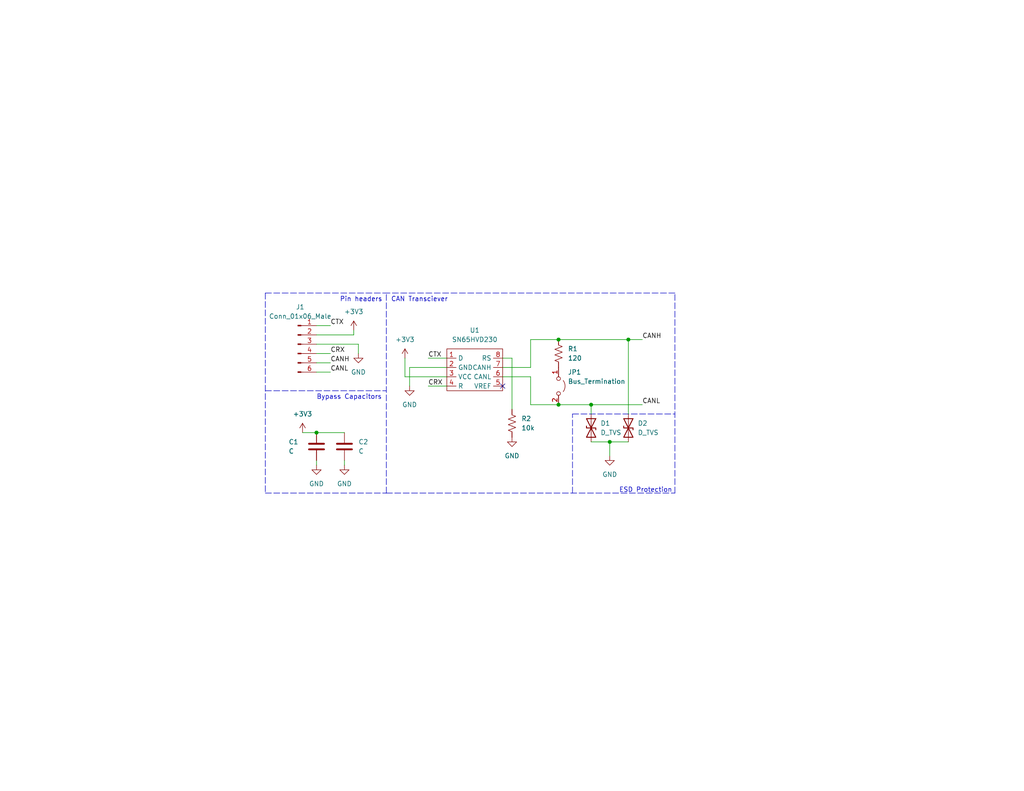
<source format=kicad_sch>
(kicad_sch (version 20211123) (generator eeschema)
  (paper "USLetter")
  (title_block (title "SDM Can Board") (date "2022-07-12") (rev "v1.0") (company "Sun Devil Motorsports - Data Acquisition"))
  (lib_symbols
    (symbol "Connector:Conn_01x06_Male" (pin_names (offset 1.016) hide)
      (property "Reference" "J" (at 0 7.62 0))
      (property "Value" "Conn_01x06_Male" (at 0 -10.16 0))
      (symbol "Conn_01x06_Male_1_1"
        (polyline (pts (xy 1.27 -7.62) (xy 0.8636 -7.62)) (stroke (width 0.1524)))
        (polyline (pts (xy 1.27 -5.08) (xy 0.8636 -5.08)) (stroke (width 0.1524)))
        (polyline (pts (xy 1.27 -2.54) (xy 0.8636 -2.54)) (stroke (width 0.1524)))
        (polyline (pts (xy 1.27 0) (xy 0.8636 0)) (stroke (width 0.1524)))
        (polyline (pts (xy 1.27 2.54) (xy 0.8636 2.54)) (stroke (width 0.1524)))
        (polyline (pts (xy 1.27 5.08) (xy 0.8636 5.08)) (stroke (width 0.1524)))
        (rectangle (start 0.8636 -7.493) (end 0 -7.747) (stroke (width 0.1524)) (fill (type outline)))
        (rectangle (start 0.8636 -4.953) (end 0 -5.207) (stroke (width 0.1524)) (fill (type outline)))
        (rectangle (start 0.8636 -2.413) (end 0 -2.667) (stroke (width 0.1524)) (fill (type outline)))
        (rectangle (start 0.8636 0.127) (end 0 -0.127) (stroke (width 0.1524)) (fill (type outline)))
        (rectangle (start 0.8636 2.667) (end 0 2.413) (stroke (width 0.1524)) (fill (type outline)))
        (rectangle (start 0.8636 5.207) (end 0 4.953) (stroke (width 0.1524)) (fill (type outline)))
        (pin passive line (at 5.08 5.08 180) (length 3.81) (name "Pin_1") (number "1"))
        (pin passive line (at 5.08 2.54 180) (length 3.81) (name "Pin_2") (number "2"))
        (pin passive line (at 5.08 0 180) (length 3.81) (name "Pin_3") (number "3"))
        (pin passive line (at 5.08 -2.54 180) (length 3.81) (name "Pin_4") (number "4"))
        (pin passive line (at 5.08 -5.08 180) (length 3.81) (name "Pin_5") (number "5"))
        (pin passive line (at 5.08 -7.62 180) (length 3.81) (name "Pin_6") (number "6"))
      )
    )
    (symbol "Device:C" (pin_numbers hide) (pin_names (offset 0.254))
      (property "Reference" "C" (at 0.635 2.54 0))
      (property "Value" "C" (at 0.635 -2.54 0))
      (symbol "C_0_1"
        (polyline (pts (xy -2.032 -0.762) (xy 2.032 -0.762)) (stroke (width 0.508)))
        (polyline (pts (xy -2.032 0.762) (xy 2.032 0.762)) (stroke (width 0.508)))
      )
      (symbol "C_1_1"
        (pin passive line (at 0 3.81 270) (length 2.794) (name "~") (number "1"))
        (pin passive line (at 0 -3.81 90) (length 2.794) (name "~") (number "2"))
      )
    )
    (symbol "Device:D_TVS" (pin_numbers hide) (pin_names (offset 1.016) hide)
      (property "Reference" "D" (at 0 2.54 0))
      (property "Value" "D_TVS" (at 0 -2.54 0))
      (symbol "D_TVS_0_1"
        (polyline (pts (xy 1.27 0) (xy -1.27 0)))
        (polyline (pts (xy 0.508 1.27) (xy 0 1.27) (xy 0 -1.27) (xy -0.508 -1.27)) (stroke (width 0.254)))
        (polyline (pts (xy -2.54 1.27) (xy -2.54 -1.27) (xy 2.54 1.27) (xy 2.54 -1.27) (xy -2.54 1.27)) (stroke (width 0.254)))
      )
      (symbol "D_TVS_1_1"
        (pin passive line (at -3.81 0 0) (length 2.54) (name "A1") (number "1"))
        (pin passive line (at 3.81 0 180) (length 2.54) (name "A2") (number "2"))
      )
    )
    (symbol "Device:R_US" (pin_numbers hide) (pin_names (offset 0))
      (property "Reference" "R" (at 2.54 0 90))
      (property "Value" "R_US" (at -2.54 0 90))
      (symbol "R_US_0_1"
        (polyline (pts (xy 0 -2.286) (xy 0 -2.54)))
        (polyline (pts (xy 0 2.286) (xy 0 2.54)))
        (polyline (pts (xy 0 -0.762) (xy 1.016 -1.143) (xy 0 -1.524) (xy -1.016 -1.905) (xy 0 -2.286)))
        (polyline (pts (xy 0 0.762) (xy 1.016 0.381) (xy 0 0) (xy -1.016 -0.381) (xy 0 -0.762)))
        (polyline (pts (xy 0 2.286) (xy 1.016 1.905) (xy 0 1.524) (xy -1.016 1.143) (xy 0 0.762)))
      )
      (symbol "R_US_1_1"
        (pin passive line (at 0 3.81 270) (length 1.27) (name "~") (number "1"))
        (pin passive line (at 0 -3.81 90) (length 1.27) (name "~") (number "2"))
      )
    )
    (symbol "Jumper:Jumper_2_Open" (pin_names (offset 0) hide)
      (property "Reference" "JP" (at 0 2.794 0))
      (property "Value" "Jumper_2_Open" (at 0 -2.286 0))
      (symbol "Jumper_2_Open_0_0"
        (circle (center -2.032 0) (radius 0.508))
        (circle (center 2.032 0) (radius 0.508))
      )
      (symbol "Jumper_2_Open_0_1"
        (arc (start 1.524 1.27) (mid 0 1.778) (end -1.524 1.27))
      )
      (symbol "Jumper_2_Open_1_1"
        (pin passive line (at -5.08 0 0) (length 2.54) (name "A") (number "1"))
        (pin passive line (at 5.08 0 180) (length 2.54) (name "B") (number "2"))
      )
    )
    (symbol "SDM:SN65HVD230"
      (property "Reference" "U" (at 0 0 0))
      (property "Value" "SN65HVD230" (at 0 -2.54 0))
      (symbol "SN65HVD230_0_1"
        (rectangle (start -6.35 -15.24) (end 8.89 -3.81))
      )
      (symbol "SN65HVD230_1_1"
        (pin input line (at -6.35 -6.35 0) (length 2.54) (name "D") (number "1"))
        (pin input line (at -6.35 -8.89 0) (length 2.54) (name "GND") (number "2"))
        (pin input line (at -6.35 -11.43 0) (length 2.54) (name "VCC") (number "3"))
        (pin output line (at -6.35 -13.97 0) (length 2.54) (name "R") (number "4"))
        (pin input line (at 8.89 -13.97 180) (length 2.54) (name "VREF") (number "5"))
        (pin input line (at 8.89 -11.43 180) (length 2.54) (name "CANL") (number "6"))
        (pin input line (at 8.89 -8.89 180) (length 2.54) (name "CANH") (number "7"))
        (pin input line (at 8.89 -6.35 180) (length 2.54) (name "RS") (number "8"))
      )
    )
    (symbol "power:+3V3" (power) (pin_names (offset 0))
      (property "Value" "+3V3" (at 0 3.556 0))
      (symbol "+3V3_0_1"
        (polyline (pts (xy -0.762 1.27) (xy 0 2.54)))
        (polyline (pts (xy 0 0) (xy 0 2.54)))
        (polyline (pts (xy 0 2.54) (xy 0.762 1.27)))
      )
      (symbol "+3V3_1_1"
        (pin power_in line (at 0 0 90) (length 0) hide (name "+3V3") (number "1"))
      )
    )
    (symbol "power:GND" (power) (pin_names (offset 0))
      (property "Value" "GND" (at 0 -3.81 0))
      (symbol "GND_0_1"
        (polyline (pts (xy 0 0) (xy 0 -1.27) (xy 1.27 -1.27) (xy 0 -2.54) (xy -1.27 -1.27) (xy 0 -1.27)))
      )
      (symbol "GND_1_1"
        (pin power_in line (at 0 0 270) (length 0) hide (name "GND") (number "1"))
      )
    )
  )
  (junction (at 171.45 92.71))
  (junction (at 86.36 118.11))
  (junction (at 161.29 110.49))
  (junction (at 166.37 120.65))
  (junction (at 152.4 110.49))
  (junction (at 152.4 92.71))
  (no_connect (at 137.16 105.41))
  (wire (pts (xy 86.36 101.6) (xy 90.17 101.6)))
  (wire (pts (xy 161.29 110.49) (xy 175.26 110.49)))
  (wire (pts (xy 110.49 97.79) (xy 110.49 102.87)))
  (wire (pts (xy 152.4 92.71) (xy 171.45 92.71)))
  (wire (pts (xy 86.36 88.9) (xy 90.17 88.9)))
  (wire (pts (xy 166.37 120.65) (xy 171.45 120.65)))
  (wire (pts (xy 86.36 99.06) (xy 90.17 99.06)))
  (wire (pts (xy 137.16 100.33) (xy 144.78 100.33)))
  (polyline (pts (xy 72.39 80.01) (xy 72.39 134.62)))
  (wire (pts (xy 137.16 102.87) (xy 144.78 102.87)))
  (wire (pts (xy 166.37 120.65) (xy 166.37 124.46)))
  (wire (pts (xy 144.78 100.33) (xy 144.78 92.71)))
  (polyline (pts (xy 105.41 134.62) (xy 105.41 80.01)))
  (wire (pts (xy 144.78 92.71) (xy 152.4 92.71)))
  (wire (pts (xy 93.98 125.73) (xy 93.98 127)))
  (wire (pts (xy 96.52 90.17) (xy 96.52 91.44)))
  (polyline (pts (xy 156.21 134.62) (xy 156.21 113.03)))
  (wire (pts (xy 86.36 96.52) (xy 90.17 96.52)))
  (polyline (pts (xy 184.15 80.01) (xy 105.41 80.01)))
  (wire (pts (xy 137.16 97.79) (xy 139.7 97.79)))
  (polyline (pts (xy 105.41 134.62) (xy 184.15 134.62)))
  (wire (pts (xy 111.76 100.33) (xy 111.76 105.41)))
  (polyline (pts (xy 72.39 106.68) (xy 105.41 106.68)))
  (wire (pts (xy 82.55 118.11) (xy 86.36 118.11)))
  (wire (pts (xy 171.45 92.71) (xy 171.45 113.03)))
  (wire (pts (xy 144.78 102.87) (xy 144.78 110.49)))
  (wire (pts (xy 144.78 110.49) (xy 152.4 110.49)))
  (wire (pts (xy 152.4 110.49) (xy 161.29 110.49)))
  (wire (pts (xy 139.7 97.79) (xy 139.7 111.76)))
  (wire (pts (xy 86.36 118.11) (xy 93.98 118.11)))
  (polyline (pts (xy 72.39 134.62) (xy 105.41 134.62)))
  (wire (pts (xy 161.29 120.65) (xy 166.37 120.65)))
  (wire (pts (xy 116.84 105.41) (xy 121.92 105.41)))
  (wire (pts (xy 116.84 97.79) (xy 121.92 97.79)))
  (polyline (pts (xy 156.21 113.03) (xy 184.15 113.03)))
  (wire (pts (xy 121.92 100.33) (xy 111.76 100.33)))
  (polyline (pts (xy 72.39 80.01) (xy 105.41 80.01)))
  (polyline (pts (xy 184.15 134.62) (xy 184.15 80.01)))
  (wire (pts (xy 171.45 92.71) (xy 175.26 92.71)))
  (wire (pts (xy 110.49 102.87) (xy 121.92 102.87)))
  (wire (pts (xy 86.36 125.73) (xy 86.36 127)))
  (wire (pts (xy 86.36 93.98) (xy 97.79 93.98)))
  (wire (pts (xy 97.79 93.98) (xy 97.79 96.52)))
  (wire (pts (xy 161.29 110.49) (xy 161.29 113.03)))
  (wire (pts (xy 86.36 91.44) (xy 96.52 91.44)))
  (text "Bypass Capacitors\n" (at 86.36 109.22 0) (effects (font (size 1.27 1.27)) (justify left bottom)))
  (text "Pin headers" (at 92.71 82.55 0) (effects (font (size 1.27 1.27)) (justify left bottom)))
  (text "ESD Protection\n" (at 168.91 134.62 0) (effects (font (size 1.27 1.27)) (justify left bottom)))
  (text "CAN Transciever" (at 106.68 82.55 0) (effects (font (size 1.27 1.27)) (justify left bottom)))
  (label "CRX" (at 90.17 96.52 0))
  (label "CRX" (at 116.84 105.41 0))
  (label "CANL" (at 90.17 101.6 0))
  (label "CTX" (at 116.84 97.79 0))
  (label "CANL" (at 175.26 110.49 0))
  (label "CANH" (at 175.26 92.71 0))
  (label "CTX" (at 90.17 88.9 0))
  (label "CANH" (at 90.17 99.06 0))
  (symbol (lib_id "power:GND") (at 139.7 119.38 0) (unit 1)
    (property "Reference" "#PWR0102" (effects hide))
    (property "Value" "GND" (at 139.7 124.46 0))
  )
  (symbol (lib_id "power:GND") (at 111.76 105.41 0) (unit 1)
    (property "Reference" "#PWR0104" (effects hide))
    (property "Value" "GND" (at 111.76 110.49 0))
  )
  (symbol (lib_id "Device:C") (at 93.98 121.92 0) (unit 1)
    (property "Reference" "C2" (at 97.79 120.6499 0) (effects (justify left)))
    (property "Value" "C" (at 97.79 123.1899 0) (effects (justify left)))
    (property "Footprint" "Capacitor_Tantalum_SMD:CP_EIA-1608-08_AVX-J" (effects hide))
  )
  (symbol (lib_id "power:GND") (at 166.37 124.46 0) (unit 1)
    (property "Reference" "#PWR0101" (effects hide))
    (property "Value" "GND" (at 166.37 129.54 0))
  )
  (symbol (lib_id "Device:R_US") (at 139.7 115.57 0) (unit 1)
    (property "Reference" "R2" (at 142.24 114.2999 0) (effects (justify left)))
    (property "Value" "10k" (at 142.24 116.8399 0) (effects (justify left)))
    (property "Footprint" "Resistor_SMD:R_0805_2012Metric" (effects hide))
  )
  (symbol (lib_id "power:+3V3") (at 110.49 97.79 0) (unit 1)
    (property "Reference" "#PWR0103" (effects hide))
    (property "Value" "+3V3" (at 110.49 92.71 0))
  )
  (symbol (lib_id "power:+3V3") (at 82.55 118.11 0) (unit 1)
    (property "Reference" "#PWR0109" (effects hide))
    (property "Value" "+3V3" (at 82.55 113.03 0))
  )
  (symbol (lib_id "Jumper:Jumper_2_Open") (at 152.4 105.41 270) (unit 1)
    (property "Reference" "JP1" (at 154.94 101.6 90) (effects (justify left)))
    (property "Value" "Bus_Termination" (at 154.94 104.14 90) (effects (justify left)))
    (property "Footprint" "Connector_PinHeader_2.54mm:PinHeader_1x02_P2.54mm_Vertical" (effects hide))
  )
  (symbol (lib_id "power:GND") (at 97.79 96.52 0) (unit 1)
    (property "Reference" "#PWR0106" (effects hide))
    (property "Value" "GND" (at 97.79 101.6 0))
  )
  (symbol (lib_id "power:GND") (at 86.36 127 0) (unit 1)
    (property "Reference" "#PWR0107" (effects hide))
    (property "Value" "GND" (at 86.36 132.08 0))
  )
  (symbol (lib_id "power:GND") (at 93.98 127 0) (unit 1)
    (property "Reference" "#PWR0108" (effects hide))
    (property "Value" "GND" (at 93.98 132.08 0))
  )
  (symbol (lib_id "Connector:Conn_01x06_Male") (at 81.28 93.98 0) (unit 1)
    (property "Reference" "J1" (at 81.915 83.82 0))
    (property "Value" "Conn_01x06_Male" (at 81.915 86.36 0))
    (property "Footprint" "Connector_PinHeader_2.54mm:PinHeader_1x06_P2.54mm_Vertical" (effects hide))
  )
  (symbol (lib_id "power:+3V3") (at 96.52 90.17 0) (unit 1)
    (property "Reference" "#PWR0105" (effects hide))
    (property "Value" "+3V3" (at 96.52 85.09 0))
  )
  (symbol (lib_id "SDM:SN65HVD230") (at 128.27 91.44 0) (unit 1)
    (property "Reference" "U1" (at 129.54 90.17 0))
    (property "Value" "SN65HVD230" (at 129.54 92.71 0))
    (property "Footprint" "Package_SO:SOIC-8_3.9x4.9mm_P1.27mm" (effects hide))
  )
  (symbol (lib_id "Device:D_TVS") (at 161.29 116.84 270) (unit 1)
    (property "Reference" "D1" (at 163.83 115.5699 90) (effects (justify left)))
    (property "Value" "D_TVS" (at 163.83 118.1099 90) (effects (justify left)))
    (property "Footprint" "Diode_SMD:D_SOD-323" (effects hide))
  )
  (symbol (lib_id "Device:D_TVS") (at 171.45 116.84 270) (unit 1)
    (property "Reference" "D2" (at 173.99 115.5699 90) (effects (justify left)))
    (property "Value" "D_TVS" (at 173.99 118.1099 90) (effects (justify left)))
    (property "Footprint" "Diode_SMD:D_SOD-323" (effects hide))
  )
  (symbol (lib_id "Device:C") (at 86.36 121.92 0) (unit 1)
    (property "Reference" "C1" (at 78.74 120.65 0) (effects (justify left)))
    (property "Value" "C" (at 78.74 123.19 0) (effects (justify left)))
    (property "Footprint" "Capacitor_Tantalum_SMD:CP_EIA-1608-08_AVX-J" (effects hide))
  )
  (symbol (lib_id "Device:R_US") (at 152.4 96.52 0) (unit 1)
    (property "Reference" "R1" (at 154.94 95.2499 0) (effects (justify left)))
    (property "Value" "120" (at 154.94 97.7899 0) (effects (justify left)))
    (property "Footprint" "Resistor_SMD:R_0805_2012Metric" (effects hide))
  )
)
</source>
